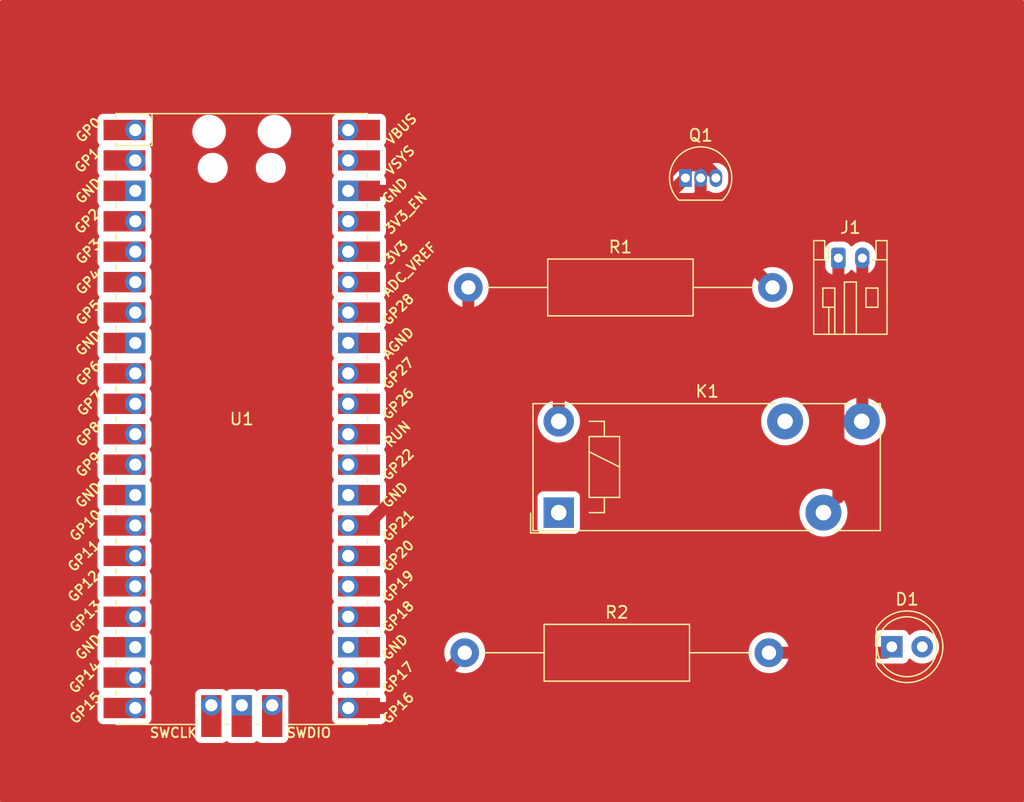
<source format=kicad_pcb>
(kicad_pcb (version 20240108) (generator "pcbnew") (generator_version "8.0")
  (layers (0 "F.Cu" signal) (31 "B.Cu" signal) (34 "B.Paste" user) (35 "F.Paste" user) (36 "B.SilkS" user "B.Silkscreen") (37 "F.SilkS" user "F.Silkscreen") (38 "B.Mask" user) (39 "F.Mask" user) (44 "Edge.Cuts" user))
  (net 0 "")
  (net 2 "Net-(D1-K)")
  (net 3 "Net-(J1-Pin_1)")
  (net 5 "VCC")
  (net 6 "GND")
  (net 7 "GP21")
  (net 15 "Analogico")
  (net 46 "GP16")
  (footprint "MCU_RaspberryPi_and_Boards:RPi_Pico_SMD_TH" (layer "F.Cu") (at 117.185 89.485)
    (property "Reference" "U1" (at 0 0 0) (layer "F.SilkS"))
    (property "Value" "Pico")
    (fp_line (start -10.5 -25.5) (end -10.5 -25.2) (stroke (width 0.12)) (layer "F.SilkS"))
    (fp_line (start -10.5 -25.5) (end 10.5 -25.5) (stroke (width 0.12)) (layer "F.SilkS"))
    (fp_line (start -10.5 -23.1) (end -10.5 -22.7) (stroke (width 0.12)) (layer "F.SilkS"))
    (fp_line (start -10.5 -22.833) (end -7.493 -22.833) (stroke (width 0.12)) (layer "F.SilkS"))
    (fp_line (start -10.5 -20.5) (end -10.5 -20.1) (stroke (width 0.12)) (layer "F.SilkS"))
    (fp_line (start -10.5 -18) (end -10.5 -17.6) (stroke (width 0.12)) (layer "F.SilkS"))
    (fp_line (start -10.5 -15.4) (end -10.5 -15) (stroke (width 0.12)) (layer "F.SilkS"))
    (fp_line (start -10.5 -12.9) (end -10.5 -12.5) (stroke (width 0.12)) (layer "F.SilkS"))
    (fp_line (start -10.5 -10.4) (end -10.5 -10) (stroke (width 0.12)) (layer "F.SilkS"))
    (fp_line (start -10.5 -7.8) (end -10.5 -7.4) (stroke (width 0.12)) (layer "F.SilkS"))
    (fp_line (start -10.5 -5.3) (end -10.5 -4.9) (stroke (width 0.12)) (layer "F.SilkS"))
    (fp_line (start -10.5 -2.7) (end -10.5 -2.3) (stroke (width 0.12)) (layer "F.SilkS"))
    (fp_line (start -10.5 -0.2) (end -10.5 0.2) (stroke (width 0.12)) (layer "F.SilkS"))
    (fp_line (start -10.5 2.3) (end -10.5 2.7) (stroke (width 0.12)) (layer "F.SilkS"))
    (fp_line (start -10.5 4.9) (end -10.5 5.3) (stroke (width 0.12)) (layer "F.SilkS"))
    (fp_line (start -10.5 7.4) (end -10.5 7.8) (stroke (width 0.12)) (layer "F.SilkS"))
    (fp_line (start -10.5 10) (end -10.5 10.4) (stroke (width 0.12)) (layer "F.SilkS"))
    (fp_line (start -10.5 12.5) (end -10.5 12.9) (stroke (width 0.12)) (layer "F.SilkS"))
    (fp_line (start -10.5 15.1) (end -10.5 15.5) (stroke (width 0.12)) (layer "F.SilkS"))
    (fp_line (start -10.5 17.6) (end -10.5 18) (stroke (width 0.12)) (layer "F.SilkS"))
    (fp_line (start -10.5 20.1) (end -10.5 20.5) (stroke (width 0.12)) (layer "F.SilkS"))
    (fp_line (start -10.5 22.7) (end -10.5 23.1) (stroke (width 0.12)) (layer "F.SilkS"))
    (fp_line (start -7.493 -22.833) (end -7.493 -25.5) (stroke (width 0.12)) (layer "F.SilkS"))
    (fp_line (start -3.7 25.5) (end -10.5 25.5) (stroke (width 0.12)) (layer "F.SilkS"))
    (fp_line (start -1.5 25.5) (end -1.1 25.5) (stroke (width 0.12)) (layer "F.SilkS"))
    (fp_line (start 1.1 25.5) (end 1.5 25.5) (stroke (width 0.12)) (layer "F.SilkS"))
    (fp_line (start 10.5 -25.5) (end 10.5 -25.2) (stroke (width 0.12)) (layer "F.SilkS"))
    (fp_line (start 10.5 -23.1) (end 10.5 -22.7) (stroke (width 0.12)) (layer "F.SilkS"))
    (fp_line (start 10.5 -20.5) (end 10.5 -20.1) (stroke (width 0.12)) (layer "F.SilkS"))
    (fp_line (start 10.5 -18) (end 10.5 -17.6) (stroke (width 0.12)) (layer "F.SilkS"))
    (fp_line (start 10.5 -15.4) (end 10.5 -15) (stroke (width 0.12)) (layer "F.SilkS"))
    (fp_line (start 10.5 -12.9) (end 10.5 -12.5) (stroke (width 0.12)) (layer "F.SilkS"))
    (fp_line (start 10.5 -10.4) (end 10.5 -10) (stroke (width 0.12)) (layer "F.SilkS"))
    (fp_line (start 10.5 -7.8) (end 10.5 -7.4) (stroke (width 0.12)) (layer "F.SilkS"))
    (fp_line (start 10.5 -5.3) (end 10.5 -4.9) (stroke (width 0.12)) (layer "F.SilkS"))
    (fp_line (start 10.5 -2.7) (end 10.5 -2.3) (stroke (width 0.12)) (layer "F.SilkS"))
    (fp_line (start 10.5 -0.2) (end 10.5 0.2) (stroke (width 0.12)) (layer "F.SilkS"))
    (fp_line (start 10.5 2.3) (end 10.5 2.7) (stroke (width 0.12)) (layer "F.SilkS"))
    (fp_line (start 10.5 4.9) (end 10.5 5.3) (stroke (width 0.12)) (layer "F.SilkS"))
    (fp_line (start 10.5 7.4) (end 10.5 7.8) (stroke (width 0.12)) (layer "F.SilkS"))
    (fp_line (start 10.5 10) (end 10.5 10.4) (stroke (width 0.12)) (layer "F.SilkS"))
    (fp_line (start 10.5 12.5) (end 10.5 12.9) (stroke (width 0.12)) (layer "F.SilkS"))
    (fp_line (start 10.5 15.1) (end 10.5 15.5) (stroke (width 0.12)) (layer "F.SilkS"))
    (fp_line (start 10.5 17.6) (end 10.5 18) (stroke (width 0.12)) (layer "F.SilkS"))
    (fp_line (start 10.5 20.1) (end 10.5 20.5) (stroke (width 0.12)) (layer "F.SilkS"))
    (fp_line (start 10.5 22.7) (end 10.5 23.1) (stroke (width 0.12)) (layer "F.SilkS"))
    (fp_line (start 10.5 25.5) (end 3.7 25.5) (stroke (width 0.12)) (layer "F.SilkS"))
    (fp_text user "GP2" (at -12.9 -16.51 45) (layer "F.SilkS") (effects (font (size 0.8 0.8))))
    (fp_text user "GP19" (at 13.054 13.97 45) (layer "F.SilkS") (effects (font (size 0.8 0.8))))
    (fp_text user "3V3_EN" (at 13.7 -17.2 45) (layer "F.SilkS") (effects (font (size 0.8 0.8))))
    (fp_text user "GP11" (at -13.2 11.43 45) (layer "F.SilkS") (effects (font (size 0.8 0.8))))
    (fp_text user "GP16" (at 13.054 24.13 45) (layer "F.SilkS") (effects (font (size 0.8 0.8))))
    (fp_text user "GP3" (at -12.8 -13.97 45) (layer "F.SilkS") (effects (font (size 0.8 0.8))))
    (fp_text user "GP15" (at -13.054 24.13 45) (layer "F.SilkS") (effects (font (size 0.8 0.8))))
    (fp_text user "RUN" (at 13 1.27 45) (layer "F.SilkS") (effects (font (size 0.8 0.8))))
    (fp_text user "GP5" (at -12.8 -8.89 45) (layer "F.SilkS") (effects (font (size 0.8 0.8))))
    (fp_text user "GND" (at 12.8 6.35 45) (layer "F.SilkS") (effects (font (size 0.8 0.8))))
    (fp_text user "GP26" (at 13.054 -1.27 45) (layer "F.SilkS") (effects (font (size 0.8 0.8))))
    (fp_text user "GP10" (at -13.054 8.89 45) (layer "F.SilkS") (effects (font (size 0.8 0.8))))
    (fp_text user "GP20" (at 13.054 11.43 45) (layer "F.SilkS") (effects (font (size 0.8 0.8))))
    (fp_text user "GP7" (at -12.7 -1.3 45) (layer "F.SilkS") (effects (font (size 0.8 0.8))))
    (fp_text user "GP4" (at -12.8 -11.43 45) (layer "F.SilkS") (effects (font (size 0.8 0.8))))
    (fp_text user "GND" (at -12.8 -6.35 45) (layer "F.SilkS") (effects (font (size 0.8 0.8))))
    (fp_text user "GND" (at 12.8 -19.05 45) (layer "F.SilkS") (effects (font (size 0.8 0.8))))
    (fp_text user "VSYS" (at 13.2 -21.59 45) (layer "F.SilkS") (effects (font (size 0.8 0.8))))
    (fp_text user "GP18" (at 13.054 16.51 45) (layer "F.SilkS") (effects (font (size 0.8 0.8))))
    (fp_text user "GP13" (at -13.054 16.51 45) (layer "F.SilkS") (effects (font (size 0.8 0.8))))
    (fp_text user "GP6" (at -12.8 -3.81 45) (layer "F.SilkS") (effects (font (size 0.8 0.8))))
    (fp_text user "GND" (at -12.8 6.35 45) (layer "F.SilkS") (effects (font (size 0.8 0.8))))
    (fp_text user "GP21" (at 13.054 8.9 45) (layer "F.SilkS") (effects (font (size 0.8 0.8))))
    (fp_text user "GND" (at 12.8 19.05 45) (layer "F.SilkS") (effects (font (size 0.8 0.8))))
    (fp_text user "GP1" (at -12.9 -21.6 45) (layer "F.SilkS") (effects (font (size 0.8 0.8))))
    (fp_text user "3V3" (at 12.9 -13.9 45) (layer "F.SilkS") (effects (font (size 0.8 0.8))))
    (fp_text user "GP17" (at 13.054 21.59 45) (layer "F.SilkS") (effects (font (size 0.8 0.8))))
    (fp_text user "GP8" (at -12.8 1.27 45) (layer "F.SilkS") (effects (font (size 0.8 0.8))))
    (fp_text user "GND" (at -12.8 -19.05 45) (layer "F.SilkS") (effects (font (size 0.8 0.8))))
    (fp_text user "GP28" (at 13.054 -9.144 45) (layer "F.SilkS") (effects (font (size 0.8 0.8))))
    (fp_text user "GP0" (at -12.8 -24.13 45) (layer "F.SilkS") (effects (font (size 0.8 0.8))))
    (fp_text user "GP12" (at -13.2 13.97 45) (layer "F.SilkS") (effects (font (size 0.8 0.8))))
    (fp_text user "ADC_VREF" (at 14 -12.5 45) (layer "F.SilkS") (effects (font (size 0.8 0.8))))
    (fp_text user "SWCLK" (at -5.7 26.2 0) (layer "F.SilkS") (effects (font (size 0.8 0.8))))
    (fp_text user "GND" (at -12.8 19.05 45) (layer "F.SilkS") (effects (font (size 0.8 0.8))))
    (fp_text user "GP9" (at -12.8 3.81 45) (layer "F.SilkS") (effects (font (size 0.8 0.8))))
    (fp_text user "VBUS" (at 13.3 -24.2 45) (layer "F.SilkS") (effects (font (size 0.8 0.8))))
    (fp_text user "GP14" (at -13.1 21.59 45) (layer "F.SilkS") (effects (font (size 0.8 0.8))))
    (fp_text user "GP27" (at 13.054 -3.8 45) (layer "F.SilkS") (effects (font (size 0.8 0.8))))
    (fp_text user "GP22" (at 13.054 3.81 45) (layer "F.SilkS") (effects (font (size 0.8 0.8))))
    (fp_text user "SWDIO" (at 5.6 26.2 0) (layer "F.SilkS") (effects (font (size 0.8 0.8))))
    (fp_text user "AGND" (at 13.054 -6.35 45) (layer "F.SilkS") (effects (font (size 0.8 0.8))))
    (pad "" np_thru_hole oval (at -2.725 -24) (size 1.8 1.8) (drill 1.8) (layers "*.Cu" "*.Mask"))
    (pad "" np_thru_hole oval (at -2.425 -20.97) (size 1.5 1.5) (drill 1.5) (layers "*.Cu" "*.Mask"))
    (pad "" np_thru_hole oval (at 2.425 -20.97) (size 1.5 1.5) (drill 1.5) (layers "*.Cu" "*.Mask"))
    (pad "" np_thru_hole oval (at 2.725 -24) (size 1.8 1.8) (drill 1.8) (layers "*.Cu" "*.Mask"))
    (pad "1" thru_hole oval (at -8.89 -24.13) (size 1.7 1.7) (drill 1.02) (layers "*.Cu" "*.Mask"))
    (pad "1" smd rect (at -8.89 -24.13) (size 3.5 1.7) (drill (offset -0.9 0)) (layers "F.Cu" "F.Mask"))
    (pad "2" thru_hole oval (at -8.89 -21.59) (size 1.7 1.7) (drill 1.02) (layers "*.Cu" "*.Mask"))
    (pad "2" smd rect (at -8.89 -21.59) (size 3.5 1.7) (drill (offset -0.9 0)) (layers "F.Cu" "F.Mask"))
    (pad "3" thru_hole rect (at -8.89 -19.05) (size 1.7 1.7) (drill 1.02) (layers "*.Cu" "*.Mask"))
    (pad "3" smd rect (at -8.89 -19.05) (size 3.5 1.7) (drill (offset -0.9 0)) (layers "F.Cu" "F.Mask"))
    (pad "4" thru_hole oval (at -8.89 -16.51) (size 1.7 1.7) (drill 1.02) (layers "*.Cu" "*.Mask"))
    (pad "4" smd rect (at -8.89 -16.51) (size 3.5 1.7) (drill (offset -0.9 0)) (layers "F.Cu" "F.Mask"))
    (pad "5" thru_hole oval (at -8.89 -13.97) (size 1.7 1.7) (drill 1.02) (layers "*.Cu" "*.Mask"))
    (pad "5" smd rect (at -8.89 -13.97) (size 3.5 1.7) (drill (offset -0.9 0)) (layers "F.Cu" "F.Mask"))
    (pad "6" thru_hole oval (at -8.89 -11.43) (size 1.7 1.7) (drill 1.02) (layers "*.Cu" "*.Mask"))
    (pad "6" smd rect (at -8.89 -11.43) (size 3.5 1.7) (drill (offset -0.9 0)) (layers "F.Cu" "F.Mask"))
    (pad "7" thru_hole oval (at -8.89 -8.89) (size 1.7 1.7) (drill 1.02) (layers "*.Cu" "*.Mask"))
    (pad "7" smd rect (at -8.89 -8.89) (size 3.5 1.7) (drill (offset -0.9 0)) (layers "F.Cu" "F.Mask"))
    (pad "8" thru_hole rect (at -8.89 -6.35) (size 1.7 1.7) (drill 1.02) (layers "*.Cu" "*.Mask"))
    (pad "8" smd rect (at -8.89 -6.35) (size 3.5 1.7) (drill (offset -0.9 0)) (layers "F.Cu" "F.Mask"))
    (pad "9" thru_hole oval (at -8.89 -3.81) (size 1.7 1.7) (drill 1.02) (layers "*.Cu" "*.Mask"))
    (pad "9" smd rect (at -8.89 -3.81) (size 3.5 1.7) (drill (offset -0.9 0)) (layers "F.Cu" "F.Mask"))
    (pad "10" thru_hole oval (at -8.89 -1.27) (size 1.7 1.7) (drill 1.02) (layers "*.Cu" "*.Mask"))
    (pad "10" smd rect (at -8.89 -1.27) (size 3.5 1.7) (drill (offset -0.9 0)) (layers "F.Cu" "F.Mask"))
    (pad "11" thru_hole oval (at -8.89 1.27) (size 1.7 1.7) (drill 1.02) (layers "*.Cu" "*.Mask"))
    (pad "11" smd rect (at -8.89 1.27) (size 3.5 1.7) (drill (offset -0.9 0)) (layers "F.Cu" "F.Mask"))
    (pad "12" thru_hole oval (at -8.89 3.81) (size 1.7 1.7) (drill 1.02) (layers "*.Cu" "*.Mask"))
    (pad "12" smd rect (at -8.89 3.81) (size 3.5 1.7) (drill (offset -0.9 0)) (layers "F.Cu" "F.Mask"))
    (pad "13" thru_hole rect (at -8.89 6.35) (size 1.7 1.7) (drill 1.02) (layers "*.Cu" "*.Mask"))
    (pad "13" smd rect (at -8.89 6.35) (size 3.5 1.7) (drill (offset -0.9 0)) (layers "F.Cu" "F.Mask"))
    (pad "14" thru_hole oval (at -8.89 8.89) (size 1.7 1.7) (drill 1.02) (layers "*.Cu" "*.Mask"))
    (pad "14" smd rect (at -8.89 8.89) (size 3.5 1.7) (drill (offset -0.9 0)) (layers "F.Cu" "F.Mask"))
    (pad "15" thru_hole oval (at -8.89 11.43) (size 1.7 1.7) (drill 1.02) (layers "*.Cu" "*.Mask"))
    (pad "15" smd rect (at -8.89 11.43) (size 3.5 1.7) (drill (offset -0.9 0)) (layers "F.Cu" "F.Mask"))
    (pad "16" thru_hole oval (at -8.89 13.97) (size 1.7 1.7) (drill 1.02) (layers "*.Cu" "*.Mask"))
    (pad "16" smd rect (at -8.89 13.97) (size 3.5 1.7) (drill (offset -0.9 0)) (layers "F.Cu" "F.Mask"))
    (pad "17" thru_hole oval (at -8.89 16.51) (size 1.7 1.7) (drill 1.02) (layers "*.Cu" "*.Mask"))
    (pad "17" smd rect (at -8.89 16.51) (size 3.5 1.7) (drill (offset -0.9 0)) (layers "F.Cu" "F.Mask"))
    (pad "18" thru_hole rect (at -8.89 19.05) (size 1.7 1.7) (drill 1.02) (layers "*.Cu" "*.Mask"))
    (pad "18" smd rect (at -8.89 19.05) (size 3.5 1.7) (drill (offset -0.9 0)) (layers "F.Cu" "F.Mask"))
    (pad "19" thru_hole oval (at -8.89 21.59) (size 1.7 1.7) (drill 1.02) (layers "*.Cu" "*.Mask"))
    (pad "19" smd rect (at -8.89 21.59) (size 3.5 1.7) (drill (offset -0.9 0)) (layers "F.Cu" "F.Mask"))
    (pad "20" thru_hole oval (at -8.89 24.13) (size 1.7 1.7) (drill 1.02) (layers "*.Cu" "*.Mask"))
    (pad "20" smd rect (at -8.89 24.13) (size 3.5 1.7) (drill (offset -0.9 0)) (layers "F.Cu" "F.Mask"))
    (pad "21" thru_hole oval (at 8.89 24.13) (size 1.7 1.7) (drill 1.02) (layers "*.Cu" "*.Mask") (net 46 "GP16"))
    (pad "21" smd rect (at 8.89 24.13) (size 3.5 1.7) (drill (offset 0.9 0)) (layers "F.Cu" "F.Mask") (net 46 "GP16"))
    (pad "22" thru_hole oval (at 8.89 21.59) (size 1.7 1.7) (drill 1.02) (layers "*.Cu" "*.Mask"))
    (pad "22" smd rect (at 8.89 21.59) (size 3.5 1.7) (drill (offset 0.9 0)) (layers "F.Cu" "F.Mask"))
    (pad "23" thru_hole rect (at 8.89 19.05) (size 1.7 1.7) (drill 1.02) (layers "*.Cu" "*.Mask"))
    (pad "23" smd rect (at 8.89 19.05) (size 3.5 1.7) (drill (offset 0.9 0)) (layers "F.Cu" "F.Mask"))
    (pad "24" thru_hole oval (at 8.89 16.51) (size 1.7 1.7) (drill 1.02) (layers "*.Cu" "*.Mask"))
    (pad "24" smd rect (at 8.89 16.51) (size 3.5 1.7) (drill (offset 0.9 0)) (layers "F.Cu" "F.Mask"))
    (pad "25" thru_hole oval (at 8.89 13.97) (size 1.7 1.7) (drill 1.02) (layers "*.Cu" "*.Mask"))
    (pad "25" smd rect (at 8.89 13.97) (size 3.5 1.7) (drill (offset 0.9 0)) (layers "F.Cu" "F.Mask"))
    (pad "26" thru_hole oval (at 8.89 11.43) (size 1.7 1.7) (drill 1.02) (layers "*.Cu" "*.Mask"))
    (pad "26" smd rect (at 8.89 11.43) (size 3.5 1.7) (drill (offset 0.9 0)) (layers "F.Cu" "F.Mask"))
    (pad "27" thru_hole oval (at 8.89 8.89) (size 1.7 1.7) (drill 1.02) (layers "*.Cu" "*.Mask") (net 7 "GP21"))
    (pad "27" smd rect (at 8.89 8.89) (size 3.5 1.7) (drill (offset 0.9 0)) (layers "F.Cu" "F.Mask") (net 7 "GP21"))
    (pad "28" thru_hole rect (at 8.89 6.35) (size 1.7 1.7) (drill 1.02) (layers "*.Cu" "*.Mask") (net 7 "GP21"))
    (pad "28" smd rect (at 8.89 6.35) (size 3.5 1.7) (drill (offset 0.9 0)) (layers "F.Cu" "F.Mask") (net 7 "GP21"))
    (pad "29" thru_hole oval (at 8.89 3.81) (size 1.7 1.7) (drill 1.02) (layers "*.Cu" "*.Mask"))
    (pad "29" smd rect (at 8.89 3.81) (size 3.5 1.7) (drill (offset 0.9 0)) (layers "F.Cu" "F.Mask"))
    (pad "30" thru_hole oval (at 8.89 1.27) (size 1.7 1.7) (drill 1.02) (layers "*.Cu" "*.Mask"))
    (pad "30" smd rect (at 8.89 1.27) (size 3.5 1.7) (drill (offset 0.9 0)) (layers "F.Cu" "F.Mask"))
    (pad "31" thru_hole oval (at 8.89 -1.27) (size 1.7 1.7) (drill 1.02) (layers "*.Cu" "*.Mask") (net 15 "Analogico"))
    (pad "31" smd rect (at 8.89 -1.27) (size 3.5 1.7) (drill (offset 0.9 0)) (layers "F.Cu" "F.Mask") (net 15 "Analogico"))
    (pad "32" thru_hole oval (at 8.89 -3.81) (size 1.7 1.7) (drill 1.02) (layers "*.Cu" "*.Mask"))
    (pad "32" smd rect (at 8.89 -3.81) (size 3.5 1.7) (drill (offset 0.9 0)) (layers "F.Cu" "F.Mask"))
    (pad "33" thru_hole rect (at 8.89 -6.35) (size 1.7 1.7) (drill 1.02) (layers "*.Cu" "*.Mask"))
    (pad "33" smd rect (at 8.89 -6.35) (size 3.5 1.7) (drill (offset 0.9 0)) (layers "F.Cu" "F.Mask"))
    (pad "34" thru_hole oval (at 8.89 -8.89) (size 1.7 1.7) (drill 1.02) (layers "*.Cu" "*.Mask"))
    (pad "34" smd rect (at 8.89 -8.89) (size 3.5 1.7) (drill (offset 0.9 0)) (layers "F.Cu" "F.Mask"))
    (pad "35" thru_hole oval (at 8.89 -11.43) (size 1.7 1.7) (drill 1.02) (layers "*.Cu" "*.Mask"))
    (pad "35" smd rect (at 8.89 -11.43) (size 3.5 1.7) (drill (offset 0.9 0)) (layers "F.Cu" "F.Mask"))
    (pad "36" thru_hole oval (at 8.89 -13.97) (size 1.7 1.7) (drill 1.02) (layers "*.Cu" "*.Mask"))
    (pad "36" smd rect (at 8.89 -13.97) (size 3.5 1.7) (drill (offset 0.9 0)) (layers "F.Cu" "F.Mask"))
    (pad "37" thru_hole oval (at 8.89 -16.51) (size 1.7 1.7) (drill 1.02) (layers "*.Cu" "*.Mask"))
    (pad "37" smd rect (at 8.89 -16.51) (size 3.5 1.7) (drill (offset 0.9 0)) (layers "F.Cu" "F.Mask"))
    (pad "38" thru_hole rect (at 8.89 -19.05) (size 1.7 1.7) (drill 1.02) (layers "*.Cu" "*.Mask") (net 6 "GND"))
    (pad "38" smd rect (at 8.89 -19.05) (size 3.5 1.7) (drill (offset 0.9 0)) (layers "F.Cu" "F.Mask") (net 6 "GND"))
    (pad "39" thru_hole oval (at 8.89 -21.59) (size 1.7 1.7) (drill 1.02) (layers "*.Cu" "*.Mask"))
    (pad "39" smd rect (at 8.89 -21.59) (size 3.5 1.7) (drill (offset 0.9 0)) (layers "F.Cu" "F.Mask"))
    (pad "40" thru_hole oval (at 8.89 -24.13) (size 1.7 1.7) (drill 1.02) (layers "*.Cu" "*.Mask"))
    (pad "40" smd rect (at 8.89 -24.13) (size 3.5 1.7) (drill (offset 0.9 0)) (layers "F.Cu" "F.Mask"))
    (pad "41" thru_hole oval (at -2.54 23.9) (size 1.7 1.7) (drill 1.02) (layers "*.Cu" "*.Mask"))
    (pad "41" smd rect (at -2.54 23.9 90) (size 3.5 1.7) (drill (offset -0.9 0)) (layers "F.Cu" "F.Mask"))
    (pad "42" thru_hole rect (at 0 23.9) (size 1.7 1.7) (drill 1.02) (layers "*.Cu" "*.Mask"))
    (pad "42" smd rect (at 0 23.9 90) (size 3.5 1.7) (drill (offset -0.9 0)) (layers "F.Cu" "F.Mask"))
    (pad "43" thru_hole oval (at 2.54 23.9) (size 1.7 1.7) (drill 1.02) (layers "*.Cu" "*.Mask"))
    (pad "43" smd rect (at 2.54 23.9 90) (size 3.5 1.7) (drill (offset -0.9 0)) (layers "F.Cu" "F.Mask"))
  )
  (footprint "Relay_THT:Relay_1-Form-C_Schrack-RYII_RM3.2mm" (layer "F.Cu") (at 143.65 97.3)
    (property "Reference" "K1" (at 12.4 -10.12 0) (layer "F.SilkS"))
    (property "Value" "Relay_SPDT")
    (fp_line (start -2.35 0.05) (end -2.35 1.7) (stroke (width 0.12)) (layer "F.SilkS"))
    (fp_line (start -2.35 1.7) (end -0.1 1.7) (stroke (width 0.12)) (layer "F.SilkS"))
    (fp_line (start -2.15 -9.1) (end 18.05 -9.1) (stroke (width 0.12)) (layer "F.SilkS"))
    (fp_line (start -2.15 1.5) (end -2.15 -9.1) (stroke (width 0.12)) (layer "F.SilkS"))
    (fp_line (start 2.54 -7.62) (end 3.81 -7.62) (stroke (width 0.12)) (layer "F.SilkS"))
    (fp_line (start 2.54 -6.35) (end 3.81 -6.35) (stroke (width 0.12)) (layer "F.SilkS"))
    (fp_line (start 2.54 -5.08) (end 5.08 -3.81) (stroke (width 0.12)) (layer "F.SilkS"))
    (fp_line (start 2.54 -1.27) (end 2.54 -6.35) (stroke (width 0.12)) (layer "F.SilkS"))
    (fp_line (start 3.81 -7.62) (end 3.81 -6.35) (stroke (width 0.12)) (layer "F.SilkS"))
    (fp_line (start 3.81 -6.35) (end 5.08 -6.35) (stroke (width 0.12)) (layer "F.SilkS"))
    (fp_line (start 3.81 -1.27) (end 3.81 0) (stroke (width 0.12)) (layer "F.SilkS"))
    (fp_line (start 3.81 0) (end 2.54 0) (stroke (width 0.12)) (layer "F.SilkS"))
    (fp_line (start 5.08 -6.35) (end 5.08 -1.27) (stroke (width 0.12)) (layer "F.SilkS"))
    (fp_line (start 5.08 -1.27) (end 2.54 -1.27) (stroke (width 0.12)) (layer "F.SilkS"))
    (fp_line (start 19.8 -9.1) (end 24.4 -9.1) (stroke (width 0.12)) (layer "F.SilkS"))
    (fp_line (start 21.25 1.5) (end -2.15 1.5) (stroke (width 0.12)) (layer "F.SilkS"))
    (fp_line (start 26.2 -9.1) (end 26.85 -9.1) (stroke (width 0.12)) (layer "F.SilkS"))
    (fp_line (start 26.85 -9.1) (end 26.85 -8.4) (stroke (width 0.12)) (layer "F.SilkS"))
    (fp_line (start 26.85 -6.8) (end 26.85 1.5) (stroke (width 0.12)) (layer "F.SilkS"))
    (fp_line (start 26.85 1.5) (end 23 1.5) (stroke (width 0.12)) (layer "F.SilkS"))
    (pad "11" thru_hole circle (at 22.1 0) (size 3 3) (drill 1.3) (layers "*.Cu" "*.Mask") (net 3 "Net-(J1-Pin_1)"))
    (pad "12" thru_hole circle (at 18.9 -7.62) (size 3 3) (drill 1.3) (layers "*.Cu" "*.Mask"))
    (pad "14" thru_hole circle (at 25.3 -7.62) (size 3 3) (drill 1.3) (layers "*.Cu" "*.Mask") (net 3 "Net-(J1-Pin_1)"))
    (pad "A1" thru_hole rect (at 0 0) (size 2.54 2.54) (drill 1.3) (layers "*.Cu" "*.Mask") (net 5 "VCC"))
    (pad "A2" thru_hole circle (at 0 -7.62) (size 2.54 2.54) (drill 1.3) (layers "*.Cu" "*.Mask") (net 6 "GND"))
  )
  (footprint "Package_TO_SOT_THT:TO-92_Inline" (layer "F.Cu") (at 154.23 69.36)
    (property "Reference" "Q1" (at 1.27 -3.56 0) (layer "F.SilkS"))
    (property "Value" "BC548")
    (fp_line (start -0.53 1.85) (end 3.07 1.85) (stroke (width 0.12)) (layer "F.SilkS"))
    (fp_arc (start -0.568478 1.838478) (mid -1.132087 -0.994977) (end 1.27 -2.6) (stroke (width 0.12)) (layer "F.SilkS"))
    (fp_arc (start 1.27 -2.6) (mid 3.672087 -0.994977) (end 3.108478 1.838478) (stroke (width 0.12)) (layer "F.SilkS"))
    (pad "1" thru_hole rect (at 0 0) (size 1.05 1.5) (drill 0.75) (layers "*.Cu" "*.Mask") (net 6 "GND"))
    (pad "2" thru_hole oval (at 1.27 0) (size 1.05 1.5) (drill 0.75) (layers "*.Cu" "*.Mask") (net 6 "GND"))
    (pad "3" thru_hole oval (at 2.54 0) (size 1.05 1.5) (drill 0.75) (layers "*.Cu" "*.Mask") (net 6 "GND"))
  )
  (footprint "Resistor_THT:R_Axial_DIN0414_L11.9mm_D4.5mm_P25.40mm_Horizontal" (layer "F.Cu") (at 135.8 109)
    (property "Reference" "R2" (at 12.7 -3.37 0) (layer "F.SilkS"))
    (property "Value" "R 10K")
    (fp_line (start 1.44 0) (end 6.63 0) (stroke (width 0.12)) (layer "F.SilkS"))
    (fp_line (start 6.63 -2.37) (end 6.63 2.37) (stroke (width 0.12)) (layer "F.SilkS"))
    (fp_line (start 6.63 2.37) (end 18.77 2.37) (stroke (width 0.12)) (layer "F.SilkS"))
    (fp_line (start 18.77 -2.37) (end 6.63 -2.37) (stroke (width 0.12)) (layer "F.SilkS"))
    (fp_line (start 18.77 2.37) (end 18.77 -2.37) (stroke (width 0.12)) (layer "F.SilkS"))
    (fp_line (start 23.96 0) (end 18.77 0) (stroke (width 0.12)) (layer "F.SilkS"))
    (pad "1" thru_hole circle (at 0 0) (size 2.4 2.4) (drill 1.2) (layers "*.Cu" "*.Mask") (net 46 "GP16"))
    (pad "2" thru_hole oval (at 25.4 0) (size 2.4 2.4) (drill 1.2) (layers "*.Cu" "*.Mask") (net 2 "Net-(D1-K)"))
  )
  (footprint "Connector_JST:JST_PH_S2B-PH-K_1x02_P2.00mm_Horizontal" (layer "F.Cu") (at 167 76.05)
    (property "Reference" "J1" (at 1 -2.55 0) (layer "F.SilkS"))
    (property "Value" "Conn_01x02_Pin")
    (fp_line (start -2.06 -1.46) (end -2.06 6.36) (stroke (width 0.12)) (layer "F.SilkS"))
    (fp_line (start -2.06 0.14) (end -1.14 0.14) (stroke (width 0.12)) (layer "F.SilkS"))
    (fp_line (start -2.06 6.36) (end 4.06 6.36) (stroke (width 0.12)) (layer "F.SilkS"))
    (fp_line (start -1.3 2.5) (end -1.3 4.1) (stroke (width 0.12)) (layer "F.SilkS"))
    (fp_line (start -1.3 4.1) (end -0.3 4.1) (stroke (width 0.12)) (layer "F.SilkS"))
    (fp_line (start -1.14 -1.46) (end -2.06 -1.46) (stroke (width 0.12)) (layer "F.SilkS"))
    (fp_line (start -1.14 0.14) (end -1.14 -1.46) (stroke (width 0.12)) (layer "F.SilkS"))
    (fp_line (start -0.86 0.14) (end -1.14 0.14) (stroke (width 0.12)) (layer "F.SilkS"))
    (fp_line (start -0.86 0.14) (end -0.86 -1.075) (stroke (width 0.12)) (layer "F.SilkS"))
    (fp_line (start -0.8 4.1) (end -0.8 6.36) (stroke (width 0.12)) (layer "F.SilkS"))
    (fp_line (start -0.3 2.5) (end -1.3 2.5) (stroke (width 0.12)) (layer "F.SilkS"))
    (fp_line (start -0.3 4.1) (end -0.3 2.5) (stroke (width 0.12)) (layer "F.SilkS"))
    (fp_line (start -0.3 4.1) (end -0.3 6.36) (stroke (width 0.12)) (layer "F.SilkS"))
    (fp_line (start 0.5 2) (end 1.5 2) (stroke (width 0.12)) (layer "F.SilkS"))
    (fp_line (start 0.5 6.36) (end 0.5 2) (stroke (width 0.12)) (layer "F.SilkS"))
    (fp_line (start 1.5 2) (end 1.5 6.36) (stroke (width 0.12)) (layer "F.SilkS"))
    (fp_line (start 2.3 2.5) (end 3.3 2.5) (stroke (width 0.12)) (layer "F.SilkS"))
    (fp_line (start 2.3 4.1) (end 2.3 2.5) (stroke (width 0.12)) (layer "F.SilkS"))
    (fp_line (start 3.14 -1.46) (end 3.14 0.14) (stroke (width 0.12)) (layer "F.SilkS"))
    (fp_line (start 3.14 0.14) (end 2.86 0.14) (stroke (width 0.12)) (layer "F.SilkS"))
    (fp_line (start 3.3 2.5) (end 3.3 4.1) (stroke (width 0.12)) (layer "F.SilkS"))
    (fp_line (start 3.3 4.1) (end 2.3 4.1) (stroke (width 0.12)) (layer "F.SilkS"))
    (fp_line (start 4.06 -1.46) (end 3.14 -1.46) (stroke (width 0.12)) (layer "F.SilkS"))
    (fp_line (start 4.06 0.14) (end 3.14 0.14) (stroke (width 0.12)) (layer "F.SilkS"))
    (fp_line (start 4.06 6.36) (end 4.06 -1.46) (stroke (width 0.12)) (layer "F.SilkS"))
    (pad "1" thru_hole roundrect (at 0 0) (size 1.2 1.75) (drill 0.75) (layers "*.Cu" "*.Mask") (roundrect_rratio 0.208333) (net 3 "Net-(J1-Pin_1)"))
    (pad "2" thru_hole oval (at 2 0) (size 1.2 1.75) (drill 0.75) (layers "*.Cu" "*.Mask") (net 3 "Net-(J1-Pin_1)"))
  )
  (footprint "Resistor_THT:R_Axial_DIN0414_L11.9mm_D4.5mm_P25.40mm_Horizontal" (layer "F.Cu") (at 136.1 78.5)
    (property "Reference" "R1" (at 12.7 -3.37 0) (layer "F.SilkS"))
    (property "Value" "R 10K")
    (fp_line (start 1.44 0) (end 6.63 0) (stroke (width 0.12)) (layer "F.SilkS"))
    (fp_line (start 6.63 -2.37) (end 6.63 2.37) (stroke (width 0.12)) (layer "F.SilkS"))
    (fp_line (start 6.63 2.37) (end 18.77 2.37) (stroke (width 0.12)) (layer "F.SilkS"))
    (fp_line (start 18.77 -2.37) (end 6.63 -2.37) (stroke (width 0.12)) (layer "F.SilkS"))
    (fp_line (start 18.77 2.37) (end 18.77 -2.37) (stroke (width 0.12)) (layer "F.SilkS"))
    (fp_line (start 23.96 0) (end 18.77 0) (stroke (width 0.12)) (layer "F.SilkS"))
    (pad "1" thru_hole circle (at 0 0) (size 2.4 2.4) (drill 1.2) (layers "*.Cu" "*.Mask") (net 7 "GP21"))
    (pad "2" thru_hole oval (at 25.4 0) (size 2.4 2.4) (drill 1.2) (layers "*.Cu" "*.Mask") (net 6 "GND"))
  )
  (footprint "LED_THT:LED_D5.0mm_Clear" (layer "F.Cu") (at 171.46 108.5)
    (property "Reference" "D1" (at 1.27 -3.96 0) (layer "F.SilkS"))
    (property "Value" "LED")
    (fp_line (start -1.29 -1.545) (end -1.29 1.545) (stroke (width 0.12)) (layer "F.SilkS"))
    (fp_arc (start -1.29 -1.54483) (mid 2.072002 -2.880433) (end 4.26 0.000462) (stroke (width 0.12)) (layer "F.SilkS"))
    (fp_arc (start 4.26 -0.000462) (mid 2.072002 2.880433) (end -1.29 1.54483) (stroke (width 0.12)) (layer "F.SilkS"))
    (fp_circle (center 1.27 0) (end 3.77 0) (stroke (width 0.12)) (fill none) (layer "F.SilkS"))
    (pad "1" thru_hole rect (at 0 0) (size 1.8 1.8) (drill 0.9) (layers "*.Cu" "*.Mask") (net 2 "Net-(D1-K)"))
    (pad "2" thru_hole circle (at 2.54 0) (size 1.8 1.8) (drill 0.9) (layers "*.Cu" "*.Mask"))
  )
  (segment (start 161.2 109) (end 170.96 109) (width 1) (layer "F.Cu") (net 2))
  (segment (start 170.96 109) (end 171.46 108.5) (width 0.2) (layer "F.Cu") (net 2))
  (segment (start 167 96.05) (end 165.75 97.3) (width 0.2) (layer "F.Cu") (net 3))
  (segment (start 167 76.05) (end 167 96.05) (width 1) (layer "F.Cu") (net 3))
  (segment (start 169 76.05) (end 169 89.63) (width 1) (layer "F.Cu") (net 3))
  (segment (start 169 89.63) (end 168.95 89.68) (width 0.2) (layer "F.Cu") (net 3))
  (segment (start 143.65 79.94) (end 154.23 69.36) (width 1) (layer "F.Cu") (net 6))
  (segment (start 155.5 69.36) (end 155.5 72.5) (width 1) (layer "F.Cu") (net 6))
  (segment (start 152.47 70.435) (end 152.47 69.245) (width 1) (layer "F.Cu") (net 6))
  (segment (start 156.77 69.135) (end 156.77 69.36) (width 0.2) (layer "F.Cu") (net 6))
  (segment (start 153.405 68.31) (end 155.945 68.31) (width 1) (layer "F.Cu") (net 6))
  (segment (start 152.47 69.245) (end 153.405 68.31) (width 1) (layer "F.Cu") (net 6))
  (segment (start 155.945 68.31) (end 156.77 69.135) (width 1) (layer "F.Cu") (net 6))
  (segment (start 155.5 72.5) (end 161.5 78.5) (width 1) (layer "F.Cu") (net 6))
  (segment (start 126.075 70.435) (end 152.47 70.435) (width 1) (layer "F.Cu") (net 6))
  (segment (start 143.65 89.68) (end 143.65 79.94) (width 1) (layer "F.Cu") (net 6))
  (segment (start 127.635 98.375) (end 136.1 89.91) (width 1) (layer "F.Cu") (net 7))
  (segment (start 136.1 89.91) (end 136.1 78.5) (width 1) (layer "F.Cu") (net 7))
  (segment (start 126.075 98.375) (end 127.635 98.375) (width 0.2) (layer "F.Cu") (net 7))
  (segment (start 131.185 113.615) (end 126.075 113.615) (width 1) (layer "F.Cu") (net 46))
  (segment (start 135.8 109) (end 131.185 113.615) (width 1) (layer "F.Cu") (net 46))
  (zone (net 0) (net_name "") (layer "F.Cu") (connect_pads (clearance 0.5)) (min_thickness 0.25) (fill yes (thermal_gap 0.5) (thermal_bridge_width 0.5) (island_removal_mode 1) (island_area_min 10))
    (polygon (pts (xy 97 54.5) (xy 182.5 54.5) (xy 182.5 121.5) (xy 97 121.5)))
  )
)
</source>
